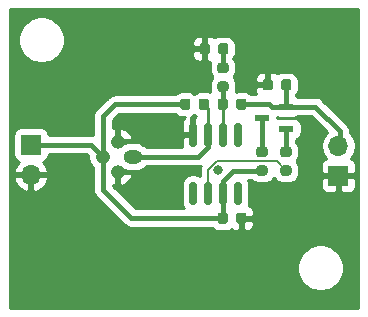
<source format=gbr>
%TF.GenerationSoftware,KiCad,Pcbnew,5.1.6-c6e7f7d~87~ubuntu18.04.1*%
%TF.CreationDate,2021-12-13T22:59:23-08:00*%
%TF.ProjectId,portable-calibrator,706f7274-6162-46c6-952d-63616c696272,rev?*%
%TF.SameCoordinates,Original*%
%TF.FileFunction,Copper,L1,Top*%
%TF.FilePolarity,Positive*%
%FSLAX46Y46*%
G04 Gerber Fmt 4.6, Leading zero omitted, Abs format (unit mm)*
G04 Created by KiCad (PCBNEW 5.1.6-c6e7f7d~87~ubuntu18.04.1) date 2021-12-13 22:59:23*
%MOMM*%
%LPD*%
G01*
G04 APERTURE LIST*
%TA.AperFunction,ComponentPad*%
%ADD10O,1.700000X1.700000*%
%TD*%
%TA.AperFunction,ComponentPad*%
%ADD11R,1.700000X1.700000*%
%TD*%
%TA.AperFunction,ComponentPad*%
%ADD12O,1.200000X1.200000*%
%TD*%
%TA.AperFunction,ComponentPad*%
%ADD13O,1.600000X1.200000*%
%TD*%
%TA.AperFunction,SMDPad,CuDef*%
%ADD14R,1.300000X0.600000*%
%TD*%
%TA.AperFunction,ViaPad*%
%ADD15C,0.800000*%
%TD*%
%TA.AperFunction,Conductor*%
%ADD16C,0.381000*%
%TD*%
%TA.AperFunction,Conductor*%
%ADD17C,0.250000*%
%TD*%
%TA.AperFunction,Conductor*%
%ADD18C,0.152400*%
%TD*%
%TA.AperFunction,Conductor*%
%ADD19C,0.254000*%
%TD*%
G04 APERTURE END LIST*
D10*
%TO.P,J2,2*%
%TO.N,/Vout*%
X168402000Y-96099000D03*
D11*
%TO.P,J2,1*%
%TO.N,GND*%
X168402000Y-98639000D03*
%TD*%
D10*
%TO.P,J1,2*%
%TO.N,GND*%
X142367000Y-98552000D03*
D11*
%TO.P,J1,1*%
%TO.N,+15V*%
X142367000Y-96012000D03*
%TD*%
%TO.P,U2,8*%
%TO.N,Net-(U2-Pad8)*%
%TA.AperFunction,SMDPad,CuDef*%
G36*
G01*
X159743000Y-99163000D02*
X160043000Y-99163000D01*
G75*
G02*
X160193000Y-99313000I0J-150000D01*
G01*
X160193000Y-100963000D01*
G75*
G02*
X160043000Y-101113000I-150000J0D01*
G01*
X159743000Y-101113000D01*
G75*
G02*
X159593000Y-100963000I0J150000D01*
G01*
X159593000Y-99313000D01*
G75*
G02*
X159743000Y-99163000I150000J0D01*
G01*
G37*
%TD.AperFunction*%
%TO.P,U2,7*%
%TO.N,+15V*%
%TA.AperFunction,SMDPad,CuDef*%
G36*
G01*
X158473000Y-99163000D02*
X158773000Y-99163000D01*
G75*
G02*
X158923000Y-99313000I0J-150000D01*
G01*
X158923000Y-100963000D01*
G75*
G02*
X158773000Y-101113000I-150000J0D01*
G01*
X158473000Y-101113000D01*
G75*
G02*
X158323000Y-100963000I0J150000D01*
G01*
X158323000Y-99313000D01*
G75*
G02*
X158473000Y-99163000I150000J0D01*
G01*
G37*
%TD.AperFunction*%
%TO.P,U2,6*%
%TO.N,Net-(R5-Pad2)*%
%TA.AperFunction,SMDPad,CuDef*%
G36*
G01*
X157203000Y-99163000D02*
X157503000Y-99163000D01*
G75*
G02*
X157653000Y-99313000I0J-150000D01*
G01*
X157653000Y-100963000D01*
G75*
G02*
X157503000Y-101113000I-150000J0D01*
G01*
X157203000Y-101113000D01*
G75*
G02*
X157053000Y-100963000I0J150000D01*
G01*
X157053000Y-99313000D01*
G75*
G02*
X157203000Y-99163000I150000J0D01*
G01*
G37*
%TD.AperFunction*%
%TO.P,U2,5*%
%TO.N,Net-(U2-Pad5)*%
%TA.AperFunction,SMDPad,CuDef*%
G36*
G01*
X155933000Y-99163000D02*
X156233000Y-99163000D01*
G75*
G02*
X156383000Y-99313000I0J-150000D01*
G01*
X156383000Y-100963000D01*
G75*
G02*
X156233000Y-101113000I-150000J0D01*
G01*
X155933000Y-101113000D01*
G75*
G02*
X155783000Y-100963000I0J150000D01*
G01*
X155783000Y-99313000D01*
G75*
G02*
X155933000Y-99163000I150000J0D01*
G01*
G37*
%TD.AperFunction*%
%TO.P,U2,4*%
%TO.N,GND*%
%TA.AperFunction,SMDPad,CuDef*%
G36*
G01*
X155933000Y-94213000D02*
X156233000Y-94213000D01*
G75*
G02*
X156383000Y-94363000I0J-150000D01*
G01*
X156383000Y-96013000D01*
G75*
G02*
X156233000Y-96163000I-150000J0D01*
G01*
X155933000Y-96163000D01*
G75*
G02*
X155783000Y-96013000I0J150000D01*
G01*
X155783000Y-94363000D01*
G75*
G02*
X155933000Y-94213000I150000J0D01*
G01*
G37*
%TD.AperFunction*%
%TO.P,U2,3*%
%TO.N,Net-(R1-Pad2)*%
%TA.AperFunction,SMDPad,CuDef*%
G36*
G01*
X157203000Y-94213000D02*
X157503000Y-94213000D01*
G75*
G02*
X157653000Y-94363000I0J-150000D01*
G01*
X157653000Y-96013000D01*
G75*
G02*
X157503000Y-96163000I-150000J0D01*
G01*
X157203000Y-96163000D01*
G75*
G02*
X157053000Y-96013000I0J150000D01*
G01*
X157053000Y-94363000D01*
G75*
G02*
X157203000Y-94213000I150000J0D01*
G01*
G37*
%TD.AperFunction*%
%TO.P,U2,2*%
%TO.N,Net-(R2-Pad2)*%
%TA.AperFunction,SMDPad,CuDef*%
G36*
G01*
X158473000Y-94213000D02*
X158773000Y-94213000D01*
G75*
G02*
X158923000Y-94363000I0J-150000D01*
G01*
X158923000Y-96013000D01*
G75*
G02*
X158773000Y-96163000I-150000J0D01*
G01*
X158473000Y-96163000D01*
G75*
G02*
X158323000Y-96013000I0J150000D01*
G01*
X158323000Y-94363000D01*
G75*
G02*
X158473000Y-94213000I150000J0D01*
G01*
G37*
%TD.AperFunction*%
%TO.P,U2,1*%
%TO.N,Net-(U2-Pad1)*%
%TA.AperFunction,SMDPad,CuDef*%
G36*
G01*
X159743000Y-94213000D02*
X160043000Y-94213000D01*
G75*
G02*
X160193000Y-94363000I0J-150000D01*
G01*
X160193000Y-96013000D01*
G75*
G02*
X160043000Y-96163000I-150000J0D01*
G01*
X159743000Y-96163000D01*
G75*
G02*
X159593000Y-96013000I0J150000D01*
G01*
X159593000Y-94363000D01*
G75*
G02*
X159743000Y-94213000I150000J0D01*
G01*
G37*
%TD.AperFunction*%
%TD*%
D12*
%TO.P,U1,4*%
%TO.N,GND*%
X149733000Y-98298000D03*
%TO.P,U1,3*%
%TO.N,+15V*%
X148463000Y-97028000D03*
%TO.P,U1,2*%
%TO.N,GND*%
X149733000Y-95758000D03*
D13*
%TO.P,U1,1*%
%TO.N,Net-(R1-Pad2)*%
X151003000Y-97028000D03*
%TD*%
%TO.P,R7,2*%
%TO.N,/Vout*%
%TA.AperFunction,SMDPad,CuDef*%
G36*
G01*
X163545000Y-91188250D02*
X163545000Y-90675750D01*
G75*
G02*
X163763750Y-90457000I218750J0D01*
G01*
X164201250Y-90457000D01*
G75*
G02*
X164420000Y-90675750I0J-218750D01*
G01*
X164420000Y-91188250D01*
G75*
G02*
X164201250Y-91407000I-218750J0D01*
G01*
X163763750Y-91407000D01*
G75*
G02*
X163545000Y-91188250I0J218750D01*
G01*
G37*
%TD.AperFunction*%
%TO.P,R7,1*%
%TO.N,GND*%
%TA.AperFunction,SMDPad,CuDef*%
G36*
G01*
X161970000Y-91188250D02*
X161970000Y-90675750D01*
G75*
G02*
X162188750Y-90457000I218750J0D01*
G01*
X162626250Y-90457000D01*
G75*
G02*
X162845000Y-90675750I0J-218750D01*
G01*
X162845000Y-91188250D01*
G75*
G02*
X162626250Y-91407000I-218750J0D01*
G01*
X162188750Y-91407000D01*
G75*
G02*
X161970000Y-91188250I0J218750D01*
G01*
G37*
%TD.AperFunction*%
%TD*%
%TO.P,R6,2*%
%TO.N,+15V*%
%TA.AperFunction,SMDPad,CuDef*%
G36*
G01*
X161668750Y-97759000D02*
X162181250Y-97759000D01*
G75*
G02*
X162400000Y-97977750I0J-218750D01*
G01*
X162400000Y-98415250D01*
G75*
G02*
X162181250Y-98634000I-218750J0D01*
G01*
X161668750Y-98634000D01*
G75*
G02*
X161450000Y-98415250I0J218750D01*
G01*
X161450000Y-97977750D01*
G75*
G02*
X161668750Y-97759000I218750J0D01*
G01*
G37*
%TD.AperFunction*%
%TO.P,R6,1*%
%TO.N,Net-(Q1-Pad3)*%
%TA.AperFunction,SMDPad,CuDef*%
G36*
G01*
X161668750Y-96184000D02*
X162181250Y-96184000D01*
G75*
G02*
X162400000Y-96402750I0J-218750D01*
G01*
X162400000Y-96840250D01*
G75*
G02*
X162181250Y-97059000I-218750J0D01*
G01*
X161668750Y-97059000D01*
G75*
G02*
X161450000Y-96840250I0J218750D01*
G01*
X161450000Y-96402750D01*
G75*
G02*
X161668750Y-96184000I218750J0D01*
G01*
G37*
%TD.AperFunction*%
%TD*%
%TO.P,R5,2*%
%TO.N,Net-(R5-Pad2)*%
%TA.AperFunction,SMDPad,CuDef*%
G36*
G01*
X163700750Y-97759000D02*
X164213250Y-97759000D01*
G75*
G02*
X164432000Y-97977750I0J-218750D01*
G01*
X164432000Y-98415250D01*
G75*
G02*
X164213250Y-98634000I-218750J0D01*
G01*
X163700750Y-98634000D01*
G75*
G02*
X163482000Y-98415250I0J218750D01*
G01*
X163482000Y-97977750D01*
G75*
G02*
X163700750Y-97759000I218750J0D01*
G01*
G37*
%TD.AperFunction*%
%TO.P,R5,1*%
%TO.N,Net-(Q1-Pad1)*%
%TA.AperFunction,SMDPad,CuDef*%
G36*
G01*
X163700750Y-96184000D02*
X164213250Y-96184000D01*
G75*
G02*
X164432000Y-96402750I0J-218750D01*
G01*
X164432000Y-96840250D01*
G75*
G02*
X164213250Y-97059000I-218750J0D01*
G01*
X163700750Y-97059000D01*
G75*
G02*
X163482000Y-96840250I0J218750D01*
G01*
X163482000Y-96402750D01*
G75*
G02*
X163700750Y-96184000I218750J0D01*
G01*
G37*
%TD.AperFunction*%
%TD*%
%TO.P,R4,2*%
%TO.N,/Vout*%
%TA.AperFunction,SMDPad,CuDef*%
G36*
G01*
X159735000Y-92839250D02*
X159735000Y-92326750D01*
G75*
G02*
X159953750Y-92108000I218750J0D01*
G01*
X160391250Y-92108000D01*
G75*
G02*
X160610000Y-92326750I0J-218750D01*
G01*
X160610000Y-92839250D01*
G75*
G02*
X160391250Y-93058000I-218750J0D01*
G01*
X159953750Y-93058000D01*
G75*
G02*
X159735000Y-92839250I0J218750D01*
G01*
G37*
%TD.AperFunction*%
%TO.P,R4,1*%
%TO.N,Net-(R2-Pad2)*%
%TA.AperFunction,SMDPad,CuDef*%
G36*
G01*
X158160000Y-92839250D02*
X158160000Y-92326750D01*
G75*
G02*
X158378750Y-92108000I218750J0D01*
G01*
X158816250Y-92108000D01*
G75*
G02*
X159035000Y-92326750I0J-218750D01*
G01*
X159035000Y-92839250D01*
G75*
G02*
X158816250Y-93058000I-218750J0D01*
G01*
X158378750Y-93058000D01*
G75*
G02*
X158160000Y-92839250I0J218750D01*
G01*
G37*
%TD.AperFunction*%
%TD*%
%TO.P,R3,2*%
%TO.N,Net-(R2-Pad1)*%
%TA.AperFunction,SMDPad,CuDef*%
G36*
G01*
X158211000Y-88140250D02*
X158211000Y-87627750D01*
G75*
G02*
X158429750Y-87409000I218750J0D01*
G01*
X158867250Y-87409000D01*
G75*
G02*
X159086000Y-87627750I0J-218750D01*
G01*
X159086000Y-88140250D01*
G75*
G02*
X158867250Y-88359000I-218750J0D01*
G01*
X158429750Y-88359000D01*
G75*
G02*
X158211000Y-88140250I0J218750D01*
G01*
G37*
%TD.AperFunction*%
%TO.P,R3,1*%
%TO.N,GND*%
%TA.AperFunction,SMDPad,CuDef*%
G36*
G01*
X156636000Y-88140250D02*
X156636000Y-87627750D01*
G75*
G02*
X156854750Y-87409000I218750J0D01*
G01*
X157292250Y-87409000D01*
G75*
G02*
X157511000Y-87627750I0J-218750D01*
G01*
X157511000Y-88140250D01*
G75*
G02*
X157292250Y-88359000I-218750J0D01*
G01*
X156854750Y-88359000D01*
G75*
G02*
X156636000Y-88140250I0J218750D01*
G01*
G37*
%TD.AperFunction*%
%TD*%
%TO.P,R2,2*%
%TO.N,Net-(R2-Pad2)*%
%TA.AperFunction,SMDPad,CuDef*%
G36*
G01*
X158366750Y-90647000D02*
X158879250Y-90647000D01*
G75*
G02*
X159098000Y-90865750I0J-218750D01*
G01*
X159098000Y-91303250D01*
G75*
G02*
X158879250Y-91522000I-218750J0D01*
G01*
X158366750Y-91522000D01*
G75*
G02*
X158148000Y-91303250I0J218750D01*
G01*
X158148000Y-90865750D01*
G75*
G02*
X158366750Y-90647000I218750J0D01*
G01*
G37*
%TD.AperFunction*%
%TO.P,R2,1*%
%TO.N,Net-(R2-Pad1)*%
%TA.AperFunction,SMDPad,CuDef*%
G36*
G01*
X158366750Y-89072000D02*
X158879250Y-89072000D01*
G75*
G02*
X159098000Y-89290750I0J-218750D01*
G01*
X159098000Y-89728250D01*
G75*
G02*
X158879250Y-89947000I-218750J0D01*
G01*
X158366750Y-89947000D01*
G75*
G02*
X158148000Y-89728250I0J218750D01*
G01*
X158148000Y-89290750D01*
G75*
G02*
X158366750Y-89072000I218750J0D01*
G01*
G37*
%TD.AperFunction*%
%TD*%
%TO.P,R1,2*%
%TO.N,Net-(R1-Pad2)*%
%TA.AperFunction,SMDPad,CuDef*%
G36*
G01*
X156560000Y-92839250D02*
X156560000Y-92326750D01*
G75*
G02*
X156778750Y-92108000I218750J0D01*
G01*
X157216250Y-92108000D01*
G75*
G02*
X157435000Y-92326750I0J-218750D01*
G01*
X157435000Y-92839250D01*
G75*
G02*
X157216250Y-93058000I-218750J0D01*
G01*
X156778750Y-93058000D01*
G75*
G02*
X156560000Y-92839250I0J218750D01*
G01*
G37*
%TD.AperFunction*%
%TO.P,R1,1*%
%TO.N,+15V*%
%TA.AperFunction,SMDPad,CuDef*%
G36*
G01*
X154985000Y-92839250D02*
X154985000Y-92326750D01*
G75*
G02*
X155203750Y-92108000I218750J0D01*
G01*
X155641250Y-92108000D01*
G75*
G02*
X155860000Y-92326750I0J-218750D01*
G01*
X155860000Y-92839250D01*
G75*
G02*
X155641250Y-93058000I-218750J0D01*
G01*
X155203750Y-93058000D01*
G75*
G02*
X154985000Y-92839250I0J218750D01*
G01*
G37*
%TD.AperFunction*%
%TD*%
D14*
%TO.P,Q1,1*%
%TO.N,Net-(Q1-Pad1)*%
X163991000Y-94676000D03*
%TO.P,Q1,2*%
%TO.N,/Vout*%
X163991000Y-92776000D03*
%TO.P,Q1,3*%
%TO.N,Net-(Q1-Pad3)*%
X161891000Y-93726000D03*
%TD*%
%TO.P,C1,2*%
%TO.N,GND*%
%TA.AperFunction,SMDPad,CuDef*%
G36*
G01*
X159735000Y-102491250D02*
X159735000Y-101978750D01*
G75*
G02*
X159953750Y-101760000I218750J0D01*
G01*
X160391250Y-101760000D01*
G75*
G02*
X160610000Y-101978750I0J-218750D01*
G01*
X160610000Y-102491250D01*
G75*
G02*
X160391250Y-102710000I-218750J0D01*
G01*
X159953750Y-102710000D01*
G75*
G02*
X159735000Y-102491250I0J218750D01*
G01*
G37*
%TD.AperFunction*%
%TO.P,C1,1*%
%TO.N,+15V*%
%TA.AperFunction,SMDPad,CuDef*%
G36*
G01*
X158160000Y-102491250D02*
X158160000Y-101978750D01*
G75*
G02*
X158378750Y-101760000I218750J0D01*
G01*
X158816250Y-101760000D01*
G75*
G02*
X159035000Y-101978750I0J-218750D01*
G01*
X159035000Y-102491250D01*
G75*
G02*
X158816250Y-102710000I-218750J0D01*
G01*
X158378750Y-102710000D01*
G75*
G02*
X158160000Y-102491250I0J218750D01*
G01*
G37*
%TD.AperFunction*%
%TD*%
D15*
%TO.N,GND*%
X154305000Y-94615000D03*
X168529000Y-90551000D03*
X154178000Y-99441000D03*
X158242000Y-98171000D03*
X155829000Y-90678000D03*
%TD*%
D16*
%TO.N,/Vout*%
X160172500Y-92583000D02*
X162560000Y-92583000D01*
X162753000Y-92776000D02*
X163991000Y-92776000D01*
X162560000Y-92583000D02*
X162753000Y-92776000D01*
X163982500Y-92767500D02*
X163991000Y-92776000D01*
X163982500Y-90932000D02*
X163982500Y-92767500D01*
X163991000Y-92776000D02*
X166436000Y-92776000D01*
X168529000Y-94869000D02*
X168529000Y-96099000D01*
X166436000Y-92776000D02*
X168529000Y-94869000D01*
%TO.N,+15V*%
X158623000Y-102209500D02*
X158597500Y-102235000D01*
X158623000Y-100138000D02*
X158623000Y-102209500D01*
X150876000Y-102235000D02*
X158597500Y-102235000D01*
X148463000Y-97028000D02*
X148463000Y-99822000D01*
X148463000Y-99822000D02*
X150876000Y-102235000D01*
X155422500Y-92583000D02*
X149479000Y-92583000D01*
X148463000Y-93599000D02*
X148463000Y-97028000D01*
X149479000Y-92583000D02*
X148463000Y-93599000D01*
X147447000Y-96012000D02*
X148463000Y-97028000D01*
X142367000Y-96012000D02*
X147447000Y-96012000D01*
X161925000Y-98196500D02*
X159486500Y-98196500D01*
X158623000Y-99060000D02*
X158623000Y-100138000D01*
X159486500Y-98196500D02*
X158623000Y-99060000D01*
%TO.N,Net-(Q1-Pad1)*%
X163957000Y-94710000D02*
X163991000Y-94676000D01*
X163957000Y-96621500D02*
X163957000Y-94710000D01*
%TO.N,Net-(Q1-Pad3)*%
X161891000Y-96587500D02*
X161925000Y-96621500D01*
X161891000Y-93726000D02*
X161891000Y-96587500D01*
D17*
%TO.N,Net-(R1-Pad2)*%
X157353000Y-92938500D02*
X156997500Y-92583000D01*
X157353000Y-95188000D02*
X157353000Y-92938500D01*
D16*
X156488000Y-97028000D02*
X151003000Y-97028000D01*
X157353000Y-96163000D02*
X156488000Y-97028000D01*
X157353000Y-95188000D02*
X157353000Y-96163000D01*
D17*
%TO.N,Net-(R2-Pad2)*%
X158597500Y-95162500D02*
X158623000Y-95188000D01*
X158597500Y-92583000D02*
X158597500Y-95162500D01*
D16*
X158623000Y-92557500D02*
X158597500Y-92583000D01*
X158623000Y-91084500D02*
X158623000Y-92557500D01*
%TO.N,Net-(R2-Pad1)*%
X158648500Y-89484000D02*
X158623000Y-89509500D01*
X158648500Y-87884000D02*
X158648500Y-89484000D01*
D18*
%TO.N,Net-(R5-Pad2)*%
X157353000Y-98171000D02*
X157353000Y-100138000D01*
X158115000Y-97409000D02*
X157353000Y-98171000D01*
X163957000Y-98196500D02*
X163169500Y-97409000D01*
X163169500Y-97409000D02*
X158115000Y-97409000D01*
%TD*%
D19*
%TO.N,GND*%
G36*
X170028000Y-109830000D02*
G01*
X140614000Y-109830000D01*
X140614000Y-106230495D01*
X164893000Y-106230495D01*
X164893000Y-106621505D01*
X164969282Y-107005003D01*
X165118915Y-107366250D01*
X165336149Y-107691364D01*
X165612636Y-107967851D01*
X165937750Y-108185085D01*
X166298997Y-108334718D01*
X166682495Y-108411000D01*
X167073505Y-108411000D01*
X167457003Y-108334718D01*
X167818250Y-108185085D01*
X168143364Y-107967851D01*
X168419851Y-107691364D01*
X168637085Y-107366250D01*
X168786718Y-107005003D01*
X168863000Y-106621505D01*
X168863000Y-106230495D01*
X168786718Y-105846997D01*
X168637085Y-105485750D01*
X168419851Y-105160636D01*
X168143364Y-104884149D01*
X167818250Y-104666915D01*
X167457003Y-104517282D01*
X167073505Y-104441000D01*
X166682495Y-104441000D01*
X166298997Y-104517282D01*
X165937750Y-104666915D01*
X165612636Y-104884149D01*
X165336149Y-105160636D01*
X165118915Y-105485750D01*
X164969282Y-105846997D01*
X164893000Y-106230495D01*
X140614000Y-106230495D01*
X140614000Y-98908890D01*
X140925524Y-98908890D01*
X140970175Y-99056099D01*
X141095359Y-99318920D01*
X141269412Y-99552269D01*
X141485645Y-99747178D01*
X141735748Y-99896157D01*
X142010109Y-99993481D01*
X142240000Y-99872814D01*
X142240000Y-98679000D01*
X142494000Y-98679000D01*
X142494000Y-99872814D01*
X142723891Y-99993481D01*
X142998252Y-99896157D01*
X143248355Y-99747178D01*
X143464588Y-99552269D01*
X143638641Y-99318920D01*
X143763825Y-99056099D01*
X143808476Y-98908890D01*
X143687155Y-98679000D01*
X142494000Y-98679000D01*
X142240000Y-98679000D01*
X141046845Y-98679000D01*
X140925524Y-98908890D01*
X140614000Y-98908890D01*
X140614000Y-95162000D01*
X140878928Y-95162000D01*
X140878928Y-96862000D01*
X140891188Y-96986482D01*
X140927498Y-97106180D01*
X140986463Y-97216494D01*
X141065815Y-97313185D01*
X141162506Y-97392537D01*
X141272820Y-97451502D01*
X141353466Y-97475966D01*
X141269412Y-97551731D01*
X141095359Y-97785080D01*
X140970175Y-98047901D01*
X140925524Y-98195110D01*
X141046845Y-98425000D01*
X142240000Y-98425000D01*
X142240000Y-98405000D01*
X142494000Y-98405000D01*
X142494000Y-98425000D01*
X143687155Y-98425000D01*
X143808476Y-98195110D01*
X143763825Y-98047901D01*
X143638641Y-97785080D01*
X143464588Y-97551731D01*
X143380534Y-97475966D01*
X143461180Y-97451502D01*
X143571494Y-97392537D01*
X143668185Y-97313185D01*
X143747537Y-97216494D01*
X143806502Y-97106180D01*
X143842812Y-96986482D01*
X143855072Y-96862000D01*
X143855072Y-96837500D01*
X147105068Y-96837500D01*
X147228000Y-96960432D01*
X147228000Y-97149637D01*
X147275460Y-97388236D01*
X147368557Y-97612992D01*
X147503713Y-97815267D01*
X147637500Y-97949054D01*
X147637501Y-99781440D01*
X147633506Y-99822000D01*
X147649445Y-99983826D01*
X147696647Y-100139433D01*
X147773301Y-100282842D01*
X147787240Y-100299826D01*
X147876460Y-100408541D01*
X147907961Y-100434393D01*
X150263606Y-102790039D01*
X150289459Y-102821541D01*
X150415158Y-102924699D01*
X150558566Y-103001353D01*
X150714174Y-103048556D01*
X150835447Y-103060500D01*
X150835449Y-103060500D01*
X150875999Y-103064494D01*
X150916550Y-103060500D01*
X157742836Y-103060500D01*
X157772885Y-103097115D01*
X157902725Y-103203671D01*
X158050858Y-103282850D01*
X158211592Y-103331608D01*
X158378750Y-103348072D01*
X158816250Y-103348072D01*
X158983408Y-103331608D01*
X159144142Y-103282850D01*
X159292275Y-103203671D01*
X159313930Y-103185900D01*
X159380506Y-103240537D01*
X159490820Y-103299502D01*
X159610518Y-103335812D01*
X159735000Y-103348072D01*
X159886750Y-103345000D01*
X160045500Y-103186250D01*
X160045500Y-102362000D01*
X160299500Y-102362000D01*
X160299500Y-103186250D01*
X160458250Y-103345000D01*
X160610000Y-103348072D01*
X160734482Y-103335812D01*
X160854180Y-103299502D01*
X160964494Y-103240537D01*
X161061185Y-103161185D01*
X161140537Y-103064494D01*
X161199502Y-102954180D01*
X161235812Y-102834482D01*
X161248072Y-102710000D01*
X161245000Y-102520750D01*
X161086250Y-102362000D01*
X160299500Y-102362000D01*
X160045500Y-102362000D01*
X160025500Y-102362000D01*
X160025500Y-102108000D01*
X160045500Y-102108000D01*
X160045500Y-102088000D01*
X160299500Y-102088000D01*
X160299500Y-102108000D01*
X161086250Y-102108000D01*
X161245000Y-101949250D01*
X161248072Y-101760000D01*
X161235812Y-101635518D01*
X161199502Y-101515820D01*
X161140537Y-101405506D01*
X161061185Y-101308815D01*
X160964494Y-101229463D01*
X160854180Y-101170498D01*
X160804221Y-101155343D01*
X160815929Y-101116745D01*
X160831072Y-100963000D01*
X160831072Y-99489000D01*
X166913928Y-99489000D01*
X166926188Y-99613482D01*
X166962498Y-99733180D01*
X167021463Y-99843494D01*
X167100815Y-99940185D01*
X167197506Y-100019537D01*
X167307820Y-100078502D01*
X167427518Y-100114812D01*
X167552000Y-100127072D01*
X168116250Y-100124000D01*
X168275000Y-99965250D01*
X168275000Y-98766000D01*
X168529000Y-98766000D01*
X168529000Y-99965250D01*
X168687750Y-100124000D01*
X169252000Y-100127072D01*
X169376482Y-100114812D01*
X169496180Y-100078502D01*
X169606494Y-100019537D01*
X169703185Y-99940185D01*
X169782537Y-99843494D01*
X169841502Y-99733180D01*
X169877812Y-99613482D01*
X169890072Y-99489000D01*
X169887000Y-98924750D01*
X169728250Y-98766000D01*
X168529000Y-98766000D01*
X168275000Y-98766000D01*
X167075750Y-98766000D01*
X166917000Y-98924750D01*
X166913928Y-99489000D01*
X160831072Y-99489000D01*
X160831072Y-99313000D01*
X160815929Y-99159255D01*
X160774294Y-99022000D01*
X161063963Y-99022000D01*
X161192725Y-99127671D01*
X161340858Y-99206850D01*
X161501592Y-99255608D01*
X161668750Y-99272072D01*
X162181250Y-99272072D01*
X162348408Y-99255608D01*
X162509142Y-99206850D01*
X162657275Y-99127671D01*
X162787115Y-99021115D01*
X162893671Y-98891275D01*
X162941000Y-98802729D01*
X162988329Y-98891275D01*
X163094885Y-99021115D01*
X163224725Y-99127671D01*
X163372858Y-99206850D01*
X163533592Y-99255608D01*
X163700750Y-99272072D01*
X164213250Y-99272072D01*
X164380408Y-99255608D01*
X164541142Y-99206850D01*
X164689275Y-99127671D01*
X164819115Y-99021115D01*
X164925671Y-98891275D01*
X165004850Y-98743142D01*
X165053608Y-98582408D01*
X165070072Y-98415250D01*
X165070072Y-97977750D01*
X165053608Y-97810592D01*
X165004850Y-97649858D01*
X164925671Y-97501725D01*
X164849574Y-97409000D01*
X164925671Y-97316275D01*
X165004850Y-97168142D01*
X165053608Y-97007408D01*
X165070072Y-96840250D01*
X165070072Y-96402750D01*
X165053608Y-96235592D01*
X165004850Y-96074858D01*
X164925671Y-95926725D01*
X164819115Y-95796885D01*
X164782500Y-95766836D01*
X164782500Y-95596650D01*
X164885180Y-95565502D01*
X164995494Y-95506537D01*
X165092185Y-95427185D01*
X165171537Y-95330494D01*
X165230502Y-95220180D01*
X165266812Y-95100482D01*
X165279072Y-94976000D01*
X165279072Y-94376000D01*
X165266812Y-94251518D01*
X165230502Y-94131820D01*
X165171537Y-94021506D01*
X165092185Y-93924815D01*
X164995494Y-93845463D01*
X164885180Y-93786498D01*
X164765482Y-93750188D01*
X164641000Y-93737928D01*
X163341000Y-93737928D01*
X163216518Y-93750188D01*
X163179072Y-93761547D01*
X163179072Y-93690453D01*
X163216518Y-93701812D01*
X163341000Y-93714072D01*
X164641000Y-93714072D01*
X164765482Y-93701812D01*
X164885180Y-93665502D01*
X164995494Y-93606537D01*
X165001632Y-93601500D01*
X166094068Y-93601500D01*
X167446730Y-94954163D01*
X167248525Y-95152368D01*
X167086010Y-95395589D01*
X166974068Y-95665842D01*
X166917000Y-95952740D01*
X166917000Y-96245260D01*
X166974068Y-96532158D01*
X167086010Y-96802411D01*
X167248525Y-97045632D01*
X167380380Y-97177487D01*
X167307820Y-97199498D01*
X167197506Y-97258463D01*
X167100815Y-97337815D01*
X167021463Y-97434506D01*
X166962498Y-97544820D01*
X166926188Y-97664518D01*
X166913928Y-97789000D01*
X166917000Y-98353250D01*
X167075750Y-98512000D01*
X168275000Y-98512000D01*
X168275000Y-98492000D01*
X168529000Y-98492000D01*
X168529000Y-98512000D01*
X169728250Y-98512000D01*
X169887000Y-98353250D01*
X169890072Y-97789000D01*
X169877812Y-97664518D01*
X169841502Y-97544820D01*
X169782537Y-97434506D01*
X169703185Y-97337815D01*
X169606494Y-97258463D01*
X169496180Y-97199498D01*
X169423620Y-97177487D01*
X169555475Y-97045632D01*
X169717990Y-96802411D01*
X169829932Y-96532158D01*
X169887000Y-96245260D01*
X169887000Y-95952740D01*
X169829932Y-95665842D01*
X169717990Y-95395589D01*
X169555475Y-95152368D01*
X169354500Y-94951393D01*
X169354500Y-94909550D01*
X169358494Y-94869000D01*
X169354500Y-94828447D01*
X169342556Y-94707174D01*
X169295353Y-94551566D01*
X169255595Y-94477185D01*
X169218699Y-94408157D01*
X169141391Y-94313958D01*
X169115541Y-94282459D01*
X169084041Y-94256608D01*
X167048398Y-92220966D01*
X167022541Y-92189459D01*
X166896842Y-92086301D01*
X166753434Y-92009647D01*
X166597826Y-91962444D01*
X166476553Y-91950500D01*
X166476550Y-91950500D01*
X166436000Y-91946506D01*
X166395450Y-91950500D01*
X165001632Y-91950500D01*
X164995494Y-91945463D01*
X164885180Y-91886498D01*
X164808000Y-91863086D01*
X164808000Y-91793037D01*
X164913671Y-91664275D01*
X164992850Y-91516142D01*
X165041608Y-91355408D01*
X165058072Y-91188250D01*
X165058072Y-90675750D01*
X165041608Y-90508592D01*
X164992850Y-90347858D01*
X164913671Y-90199725D01*
X164807115Y-90069885D01*
X164677275Y-89963329D01*
X164529142Y-89884150D01*
X164368408Y-89835392D01*
X164201250Y-89818928D01*
X163763750Y-89818928D01*
X163596592Y-89835392D01*
X163435858Y-89884150D01*
X163287725Y-89963329D01*
X163266070Y-89981100D01*
X163199494Y-89926463D01*
X163089180Y-89867498D01*
X162969482Y-89831188D01*
X162845000Y-89818928D01*
X162693250Y-89822000D01*
X162534500Y-89980750D01*
X162534500Y-90805000D01*
X162554500Y-90805000D01*
X162554500Y-91059000D01*
X162534500Y-91059000D01*
X162534500Y-91079000D01*
X162280500Y-91079000D01*
X162280500Y-91059000D01*
X161493750Y-91059000D01*
X161335000Y-91217750D01*
X161331928Y-91407000D01*
X161344188Y-91531482D01*
X161380498Y-91651180D01*
X161437328Y-91757500D01*
X161027164Y-91757500D01*
X160997115Y-91720885D01*
X160867275Y-91614329D01*
X160719142Y-91535150D01*
X160558408Y-91486392D01*
X160391250Y-91469928D01*
X159953750Y-91469928D01*
X159786592Y-91486392D01*
X159707479Y-91510390D01*
X159719608Y-91470408D01*
X159736072Y-91303250D01*
X159736072Y-90865750D01*
X159719608Y-90698592D01*
X159670850Y-90537858D01*
X159627631Y-90457000D01*
X161331928Y-90457000D01*
X161335000Y-90646250D01*
X161493750Y-90805000D01*
X162280500Y-90805000D01*
X162280500Y-89980750D01*
X162121750Y-89822000D01*
X161970000Y-89818928D01*
X161845518Y-89831188D01*
X161725820Y-89867498D01*
X161615506Y-89926463D01*
X161518815Y-90005815D01*
X161439463Y-90102506D01*
X161380498Y-90212820D01*
X161344188Y-90332518D01*
X161331928Y-90457000D01*
X159627631Y-90457000D01*
X159591671Y-90389725D01*
X159515574Y-90297000D01*
X159591671Y-90204275D01*
X159670850Y-90056142D01*
X159719608Y-89895408D01*
X159736072Y-89728250D01*
X159736072Y-89290750D01*
X159719608Y-89123592D01*
X159670850Y-88962858D01*
X159591671Y-88814725D01*
X159504240Y-88708189D01*
X159579671Y-88616275D01*
X159658850Y-88468142D01*
X159707608Y-88307408D01*
X159724072Y-88140250D01*
X159724072Y-87627750D01*
X159707608Y-87460592D01*
X159658850Y-87299858D01*
X159579671Y-87151725D01*
X159473115Y-87021885D01*
X159343275Y-86915329D01*
X159195142Y-86836150D01*
X159034408Y-86787392D01*
X158867250Y-86770928D01*
X158429750Y-86770928D01*
X158262592Y-86787392D01*
X158101858Y-86836150D01*
X157953725Y-86915329D01*
X157932070Y-86933100D01*
X157865494Y-86878463D01*
X157755180Y-86819498D01*
X157635482Y-86783188D01*
X157511000Y-86770928D01*
X157359250Y-86774000D01*
X157200500Y-86932750D01*
X157200500Y-87757000D01*
X157220500Y-87757000D01*
X157220500Y-88011000D01*
X157200500Y-88011000D01*
X157200500Y-88835250D01*
X157359250Y-88994000D01*
X157511000Y-88997072D01*
X157566427Y-88991613D01*
X157526392Y-89123592D01*
X157509928Y-89290750D01*
X157509928Y-89728250D01*
X157526392Y-89895408D01*
X157575150Y-90056142D01*
X157654329Y-90204275D01*
X157730426Y-90297000D01*
X157654329Y-90389725D01*
X157575150Y-90537858D01*
X157526392Y-90698592D01*
X157509928Y-90865750D01*
X157509928Y-91303250D01*
X157526392Y-91470408D01*
X157546397Y-91536355D01*
X157544142Y-91535150D01*
X157383408Y-91486392D01*
X157216250Y-91469928D01*
X156778750Y-91469928D01*
X156611592Y-91486392D01*
X156450858Y-91535150D01*
X156302725Y-91614329D01*
X156210000Y-91690426D01*
X156117275Y-91614329D01*
X155969142Y-91535150D01*
X155808408Y-91486392D01*
X155641250Y-91469928D01*
X155203750Y-91469928D01*
X155036592Y-91486392D01*
X154875858Y-91535150D01*
X154727725Y-91614329D01*
X154597885Y-91720885D01*
X154567836Y-91757500D01*
X149519550Y-91757500D01*
X149479000Y-91753506D01*
X149438449Y-91757500D01*
X149438447Y-91757500D01*
X149317174Y-91769444D01*
X149161566Y-91816647D01*
X149018157Y-91893301D01*
X148956596Y-91943823D01*
X148892459Y-91996459D01*
X148866608Y-92027959D01*
X147907966Y-92986602D01*
X147876459Y-93012459D01*
X147824313Y-93076000D01*
X147773301Y-93138158D01*
X147720553Y-93236842D01*
X147696647Y-93281567D01*
X147649444Y-93437175D01*
X147637500Y-93558447D01*
X147633506Y-93599000D01*
X147637500Y-93639551D01*
X147637500Y-95207142D01*
X147608826Y-95198444D01*
X147487553Y-95186500D01*
X147487550Y-95186500D01*
X147447000Y-95182506D01*
X147406450Y-95186500D01*
X143855072Y-95186500D01*
X143855072Y-95162000D01*
X143842812Y-95037518D01*
X143806502Y-94917820D01*
X143747537Y-94807506D01*
X143668185Y-94710815D01*
X143571494Y-94631463D01*
X143461180Y-94572498D01*
X143341482Y-94536188D01*
X143217000Y-94523928D01*
X141517000Y-94523928D01*
X141392518Y-94536188D01*
X141272820Y-94572498D01*
X141162506Y-94631463D01*
X141065815Y-94710815D01*
X140986463Y-94807506D01*
X140927498Y-94917820D01*
X140891188Y-95037518D01*
X140878928Y-95162000D01*
X140614000Y-95162000D01*
X140614000Y-86926495D01*
X141271000Y-86926495D01*
X141271000Y-87317505D01*
X141347282Y-87701003D01*
X141496915Y-88062250D01*
X141714149Y-88387364D01*
X141990636Y-88663851D01*
X142315750Y-88881085D01*
X142676997Y-89030718D01*
X143060495Y-89107000D01*
X143451505Y-89107000D01*
X143835003Y-89030718D01*
X144196250Y-88881085D01*
X144521364Y-88663851D01*
X144797851Y-88387364D01*
X144816803Y-88359000D01*
X155997928Y-88359000D01*
X156010188Y-88483482D01*
X156046498Y-88603180D01*
X156105463Y-88713494D01*
X156184815Y-88810185D01*
X156281506Y-88889537D01*
X156391820Y-88948502D01*
X156511518Y-88984812D01*
X156636000Y-88997072D01*
X156787750Y-88994000D01*
X156946500Y-88835250D01*
X156946500Y-88011000D01*
X156159750Y-88011000D01*
X156001000Y-88169750D01*
X155997928Y-88359000D01*
X144816803Y-88359000D01*
X145015085Y-88062250D01*
X145164718Y-87701003D01*
X145222800Y-87409000D01*
X155997928Y-87409000D01*
X156001000Y-87598250D01*
X156159750Y-87757000D01*
X156946500Y-87757000D01*
X156946500Y-86932750D01*
X156787750Y-86774000D01*
X156636000Y-86770928D01*
X156511518Y-86783188D01*
X156391820Y-86819498D01*
X156281506Y-86878463D01*
X156184815Y-86957815D01*
X156105463Y-87054506D01*
X156046498Y-87164820D01*
X156010188Y-87284518D01*
X155997928Y-87409000D01*
X145222800Y-87409000D01*
X145241000Y-87317505D01*
X145241000Y-86926495D01*
X145164718Y-86542997D01*
X145015085Y-86181750D01*
X144797851Y-85856636D01*
X144521364Y-85580149D01*
X144196250Y-85362915D01*
X143835003Y-85213282D01*
X143451505Y-85137000D01*
X143060495Y-85137000D01*
X142676997Y-85213282D01*
X142315750Y-85362915D01*
X141990636Y-85580149D01*
X141714149Y-85856636D01*
X141496915Y-86181750D01*
X141347282Y-86542997D01*
X141271000Y-86926495D01*
X140614000Y-86926495D01*
X140614000Y-84480000D01*
X170028001Y-84480000D01*
X170028000Y-109830000D01*
G37*
X170028000Y-109830000D02*
X140614000Y-109830000D01*
X140614000Y-106230495D01*
X164893000Y-106230495D01*
X164893000Y-106621505D01*
X164969282Y-107005003D01*
X165118915Y-107366250D01*
X165336149Y-107691364D01*
X165612636Y-107967851D01*
X165937750Y-108185085D01*
X166298997Y-108334718D01*
X166682495Y-108411000D01*
X167073505Y-108411000D01*
X167457003Y-108334718D01*
X167818250Y-108185085D01*
X168143364Y-107967851D01*
X168419851Y-107691364D01*
X168637085Y-107366250D01*
X168786718Y-107005003D01*
X168863000Y-106621505D01*
X168863000Y-106230495D01*
X168786718Y-105846997D01*
X168637085Y-105485750D01*
X168419851Y-105160636D01*
X168143364Y-104884149D01*
X167818250Y-104666915D01*
X167457003Y-104517282D01*
X167073505Y-104441000D01*
X166682495Y-104441000D01*
X166298997Y-104517282D01*
X165937750Y-104666915D01*
X165612636Y-104884149D01*
X165336149Y-105160636D01*
X165118915Y-105485750D01*
X164969282Y-105846997D01*
X164893000Y-106230495D01*
X140614000Y-106230495D01*
X140614000Y-98908890D01*
X140925524Y-98908890D01*
X140970175Y-99056099D01*
X141095359Y-99318920D01*
X141269412Y-99552269D01*
X141485645Y-99747178D01*
X141735748Y-99896157D01*
X142010109Y-99993481D01*
X142240000Y-99872814D01*
X142240000Y-98679000D01*
X142494000Y-98679000D01*
X142494000Y-99872814D01*
X142723891Y-99993481D01*
X142998252Y-99896157D01*
X143248355Y-99747178D01*
X143464588Y-99552269D01*
X143638641Y-99318920D01*
X143763825Y-99056099D01*
X143808476Y-98908890D01*
X143687155Y-98679000D01*
X142494000Y-98679000D01*
X142240000Y-98679000D01*
X141046845Y-98679000D01*
X140925524Y-98908890D01*
X140614000Y-98908890D01*
X140614000Y-95162000D01*
X140878928Y-95162000D01*
X140878928Y-96862000D01*
X140891188Y-96986482D01*
X140927498Y-97106180D01*
X140986463Y-97216494D01*
X141065815Y-97313185D01*
X141162506Y-97392537D01*
X141272820Y-97451502D01*
X141353466Y-97475966D01*
X141269412Y-97551731D01*
X141095359Y-97785080D01*
X140970175Y-98047901D01*
X140925524Y-98195110D01*
X141046845Y-98425000D01*
X142240000Y-98425000D01*
X142240000Y-98405000D01*
X142494000Y-98405000D01*
X142494000Y-98425000D01*
X143687155Y-98425000D01*
X143808476Y-98195110D01*
X143763825Y-98047901D01*
X143638641Y-97785080D01*
X143464588Y-97551731D01*
X143380534Y-97475966D01*
X143461180Y-97451502D01*
X143571494Y-97392537D01*
X143668185Y-97313185D01*
X143747537Y-97216494D01*
X143806502Y-97106180D01*
X143842812Y-96986482D01*
X143855072Y-96862000D01*
X143855072Y-96837500D01*
X147105068Y-96837500D01*
X147228000Y-96960432D01*
X147228000Y-97149637D01*
X147275460Y-97388236D01*
X147368557Y-97612992D01*
X147503713Y-97815267D01*
X147637500Y-97949054D01*
X147637501Y-99781440D01*
X147633506Y-99822000D01*
X147649445Y-99983826D01*
X147696647Y-100139433D01*
X147773301Y-100282842D01*
X147787240Y-100299826D01*
X147876460Y-100408541D01*
X147907961Y-100434393D01*
X150263606Y-102790039D01*
X150289459Y-102821541D01*
X150415158Y-102924699D01*
X150558566Y-103001353D01*
X150714174Y-103048556D01*
X150835447Y-103060500D01*
X150835449Y-103060500D01*
X150875999Y-103064494D01*
X150916550Y-103060500D01*
X157742836Y-103060500D01*
X157772885Y-103097115D01*
X157902725Y-103203671D01*
X158050858Y-103282850D01*
X158211592Y-103331608D01*
X158378750Y-103348072D01*
X158816250Y-103348072D01*
X158983408Y-103331608D01*
X159144142Y-103282850D01*
X159292275Y-103203671D01*
X159313930Y-103185900D01*
X159380506Y-103240537D01*
X159490820Y-103299502D01*
X159610518Y-103335812D01*
X159735000Y-103348072D01*
X159886750Y-103345000D01*
X160045500Y-103186250D01*
X160045500Y-102362000D01*
X160299500Y-102362000D01*
X160299500Y-103186250D01*
X160458250Y-103345000D01*
X160610000Y-103348072D01*
X160734482Y-103335812D01*
X160854180Y-103299502D01*
X160964494Y-103240537D01*
X161061185Y-103161185D01*
X161140537Y-103064494D01*
X161199502Y-102954180D01*
X161235812Y-102834482D01*
X161248072Y-102710000D01*
X161245000Y-102520750D01*
X161086250Y-102362000D01*
X160299500Y-102362000D01*
X160045500Y-102362000D01*
X160025500Y-102362000D01*
X160025500Y-102108000D01*
X160045500Y-102108000D01*
X160045500Y-102088000D01*
X160299500Y-102088000D01*
X160299500Y-102108000D01*
X161086250Y-102108000D01*
X161245000Y-101949250D01*
X161248072Y-101760000D01*
X161235812Y-101635518D01*
X161199502Y-101515820D01*
X161140537Y-101405506D01*
X161061185Y-101308815D01*
X160964494Y-101229463D01*
X160854180Y-101170498D01*
X160804221Y-101155343D01*
X160815929Y-101116745D01*
X160831072Y-100963000D01*
X160831072Y-99489000D01*
X166913928Y-99489000D01*
X166926188Y-99613482D01*
X166962498Y-99733180D01*
X167021463Y-99843494D01*
X167100815Y-99940185D01*
X167197506Y-100019537D01*
X167307820Y-100078502D01*
X167427518Y-100114812D01*
X167552000Y-100127072D01*
X168116250Y-100124000D01*
X168275000Y-99965250D01*
X168275000Y-98766000D01*
X168529000Y-98766000D01*
X168529000Y-99965250D01*
X168687750Y-100124000D01*
X169252000Y-100127072D01*
X169376482Y-100114812D01*
X169496180Y-100078502D01*
X169606494Y-100019537D01*
X169703185Y-99940185D01*
X169782537Y-99843494D01*
X169841502Y-99733180D01*
X169877812Y-99613482D01*
X169890072Y-99489000D01*
X169887000Y-98924750D01*
X169728250Y-98766000D01*
X168529000Y-98766000D01*
X168275000Y-98766000D01*
X167075750Y-98766000D01*
X166917000Y-98924750D01*
X166913928Y-99489000D01*
X160831072Y-99489000D01*
X160831072Y-99313000D01*
X160815929Y-99159255D01*
X160774294Y-99022000D01*
X161063963Y-99022000D01*
X161192725Y-99127671D01*
X161340858Y-99206850D01*
X161501592Y-99255608D01*
X161668750Y-99272072D01*
X162181250Y-99272072D01*
X162348408Y-99255608D01*
X162509142Y-99206850D01*
X162657275Y-99127671D01*
X162787115Y-99021115D01*
X162893671Y-98891275D01*
X162941000Y-98802729D01*
X162988329Y-98891275D01*
X163094885Y-99021115D01*
X163224725Y-99127671D01*
X163372858Y-99206850D01*
X163533592Y-99255608D01*
X163700750Y-99272072D01*
X164213250Y-99272072D01*
X164380408Y-99255608D01*
X164541142Y-99206850D01*
X164689275Y-99127671D01*
X164819115Y-99021115D01*
X164925671Y-98891275D01*
X165004850Y-98743142D01*
X165053608Y-98582408D01*
X165070072Y-98415250D01*
X165070072Y-97977750D01*
X165053608Y-97810592D01*
X165004850Y-97649858D01*
X164925671Y-97501725D01*
X164849574Y-97409000D01*
X164925671Y-97316275D01*
X165004850Y-97168142D01*
X165053608Y-97007408D01*
X165070072Y-96840250D01*
X165070072Y-96402750D01*
X165053608Y-96235592D01*
X165004850Y-96074858D01*
X164925671Y-95926725D01*
X164819115Y-95796885D01*
X164782500Y-95766836D01*
X164782500Y-95596650D01*
X164885180Y-95565502D01*
X164995494Y-95506537D01*
X165092185Y-95427185D01*
X165171537Y-95330494D01*
X165230502Y-95220180D01*
X165266812Y-95100482D01*
X165279072Y-94976000D01*
X165279072Y-94376000D01*
X165266812Y-94251518D01*
X165230502Y-94131820D01*
X165171537Y-94021506D01*
X165092185Y-93924815D01*
X164995494Y-93845463D01*
X164885180Y-93786498D01*
X164765482Y-93750188D01*
X164641000Y-93737928D01*
X163341000Y-93737928D01*
X163216518Y-93750188D01*
X163179072Y-93761547D01*
X163179072Y-93690453D01*
X163216518Y-93701812D01*
X163341000Y-93714072D01*
X164641000Y-93714072D01*
X164765482Y-93701812D01*
X164885180Y-93665502D01*
X164995494Y-93606537D01*
X165001632Y-93601500D01*
X166094068Y-93601500D01*
X167446730Y-94954163D01*
X167248525Y-95152368D01*
X167086010Y-95395589D01*
X166974068Y-95665842D01*
X166917000Y-95952740D01*
X166917000Y-96245260D01*
X166974068Y-96532158D01*
X167086010Y-96802411D01*
X167248525Y-97045632D01*
X167380380Y-97177487D01*
X167307820Y-97199498D01*
X167197506Y-97258463D01*
X167100815Y-97337815D01*
X167021463Y-97434506D01*
X166962498Y-97544820D01*
X166926188Y-97664518D01*
X166913928Y-97789000D01*
X166917000Y-98353250D01*
X167075750Y-98512000D01*
X168275000Y-98512000D01*
X168275000Y-98492000D01*
X168529000Y-98492000D01*
X168529000Y-98512000D01*
X169728250Y-98512000D01*
X169887000Y-98353250D01*
X169890072Y-97789000D01*
X169877812Y-97664518D01*
X169841502Y-97544820D01*
X169782537Y-97434506D01*
X169703185Y-97337815D01*
X169606494Y-97258463D01*
X169496180Y-97199498D01*
X169423620Y-97177487D01*
X169555475Y-97045632D01*
X169717990Y-96802411D01*
X169829932Y-96532158D01*
X169887000Y-96245260D01*
X169887000Y-95952740D01*
X169829932Y-95665842D01*
X169717990Y-95395589D01*
X169555475Y-95152368D01*
X169354500Y-94951393D01*
X169354500Y-94909550D01*
X169358494Y-94869000D01*
X169354500Y-94828447D01*
X169342556Y-94707174D01*
X169295353Y-94551566D01*
X169255595Y-94477185D01*
X169218699Y-94408157D01*
X169141391Y-94313958D01*
X169115541Y-94282459D01*
X169084041Y-94256608D01*
X167048398Y-92220966D01*
X167022541Y-92189459D01*
X166896842Y-92086301D01*
X166753434Y-92009647D01*
X166597826Y-91962444D01*
X166476553Y-91950500D01*
X166476550Y-91950500D01*
X166436000Y-91946506D01*
X166395450Y-91950500D01*
X165001632Y-91950500D01*
X164995494Y-91945463D01*
X164885180Y-91886498D01*
X164808000Y-91863086D01*
X164808000Y-91793037D01*
X164913671Y-91664275D01*
X164992850Y-91516142D01*
X165041608Y-91355408D01*
X165058072Y-91188250D01*
X165058072Y-90675750D01*
X165041608Y-90508592D01*
X164992850Y-90347858D01*
X164913671Y-90199725D01*
X164807115Y-90069885D01*
X164677275Y-89963329D01*
X164529142Y-89884150D01*
X164368408Y-89835392D01*
X164201250Y-89818928D01*
X163763750Y-89818928D01*
X163596592Y-89835392D01*
X163435858Y-89884150D01*
X163287725Y-89963329D01*
X163266070Y-89981100D01*
X163199494Y-89926463D01*
X163089180Y-89867498D01*
X162969482Y-89831188D01*
X162845000Y-89818928D01*
X162693250Y-89822000D01*
X162534500Y-89980750D01*
X162534500Y-90805000D01*
X162554500Y-90805000D01*
X162554500Y-91059000D01*
X162534500Y-91059000D01*
X162534500Y-91079000D01*
X162280500Y-91079000D01*
X162280500Y-91059000D01*
X161493750Y-91059000D01*
X161335000Y-91217750D01*
X161331928Y-91407000D01*
X161344188Y-91531482D01*
X161380498Y-91651180D01*
X161437328Y-91757500D01*
X161027164Y-91757500D01*
X160997115Y-91720885D01*
X160867275Y-91614329D01*
X160719142Y-91535150D01*
X160558408Y-91486392D01*
X160391250Y-91469928D01*
X159953750Y-91469928D01*
X159786592Y-91486392D01*
X159707479Y-91510390D01*
X159719608Y-91470408D01*
X159736072Y-91303250D01*
X159736072Y-90865750D01*
X159719608Y-90698592D01*
X159670850Y-90537858D01*
X159627631Y-90457000D01*
X161331928Y-90457000D01*
X161335000Y-90646250D01*
X161493750Y-90805000D01*
X162280500Y-90805000D01*
X162280500Y-89980750D01*
X162121750Y-89822000D01*
X161970000Y-89818928D01*
X161845518Y-89831188D01*
X161725820Y-89867498D01*
X161615506Y-89926463D01*
X161518815Y-90005815D01*
X161439463Y-90102506D01*
X161380498Y-90212820D01*
X161344188Y-90332518D01*
X161331928Y-90457000D01*
X159627631Y-90457000D01*
X159591671Y-90389725D01*
X159515574Y-90297000D01*
X159591671Y-90204275D01*
X159670850Y-90056142D01*
X159719608Y-89895408D01*
X159736072Y-89728250D01*
X159736072Y-89290750D01*
X159719608Y-89123592D01*
X159670850Y-88962858D01*
X159591671Y-88814725D01*
X159504240Y-88708189D01*
X159579671Y-88616275D01*
X159658850Y-88468142D01*
X159707608Y-88307408D01*
X159724072Y-88140250D01*
X159724072Y-87627750D01*
X159707608Y-87460592D01*
X159658850Y-87299858D01*
X159579671Y-87151725D01*
X159473115Y-87021885D01*
X159343275Y-86915329D01*
X159195142Y-86836150D01*
X159034408Y-86787392D01*
X158867250Y-86770928D01*
X158429750Y-86770928D01*
X158262592Y-86787392D01*
X158101858Y-86836150D01*
X157953725Y-86915329D01*
X157932070Y-86933100D01*
X157865494Y-86878463D01*
X157755180Y-86819498D01*
X157635482Y-86783188D01*
X157511000Y-86770928D01*
X157359250Y-86774000D01*
X157200500Y-86932750D01*
X157200500Y-87757000D01*
X157220500Y-87757000D01*
X157220500Y-88011000D01*
X157200500Y-88011000D01*
X157200500Y-88835250D01*
X157359250Y-88994000D01*
X157511000Y-88997072D01*
X157566427Y-88991613D01*
X157526392Y-89123592D01*
X157509928Y-89290750D01*
X157509928Y-89728250D01*
X157526392Y-89895408D01*
X157575150Y-90056142D01*
X157654329Y-90204275D01*
X157730426Y-90297000D01*
X157654329Y-90389725D01*
X157575150Y-90537858D01*
X157526392Y-90698592D01*
X157509928Y-90865750D01*
X157509928Y-91303250D01*
X157526392Y-91470408D01*
X157546397Y-91536355D01*
X157544142Y-91535150D01*
X157383408Y-91486392D01*
X157216250Y-91469928D01*
X156778750Y-91469928D01*
X156611592Y-91486392D01*
X156450858Y-91535150D01*
X156302725Y-91614329D01*
X156210000Y-91690426D01*
X156117275Y-91614329D01*
X155969142Y-91535150D01*
X155808408Y-91486392D01*
X155641250Y-91469928D01*
X155203750Y-91469928D01*
X155036592Y-91486392D01*
X154875858Y-91535150D01*
X154727725Y-91614329D01*
X154597885Y-91720885D01*
X154567836Y-91757500D01*
X149519550Y-91757500D01*
X149479000Y-91753506D01*
X149438449Y-91757500D01*
X149438447Y-91757500D01*
X149317174Y-91769444D01*
X149161566Y-91816647D01*
X149018157Y-91893301D01*
X148956596Y-91943823D01*
X148892459Y-91996459D01*
X148866608Y-92027959D01*
X147907966Y-92986602D01*
X147876459Y-93012459D01*
X147824313Y-93076000D01*
X147773301Y-93138158D01*
X147720553Y-93236842D01*
X147696647Y-93281567D01*
X147649444Y-93437175D01*
X147637500Y-93558447D01*
X147633506Y-93599000D01*
X147637500Y-93639551D01*
X147637500Y-95207142D01*
X147608826Y-95198444D01*
X147487553Y-95186500D01*
X147487550Y-95186500D01*
X147447000Y-95182506D01*
X147406450Y-95186500D01*
X143855072Y-95186500D01*
X143855072Y-95162000D01*
X143842812Y-95037518D01*
X143806502Y-94917820D01*
X143747537Y-94807506D01*
X143668185Y-94710815D01*
X143571494Y-94631463D01*
X143461180Y-94572498D01*
X143341482Y-94536188D01*
X143217000Y-94523928D01*
X141517000Y-94523928D01*
X141392518Y-94536188D01*
X141272820Y-94572498D01*
X141162506Y-94631463D01*
X141065815Y-94710815D01*
X140986463Y-94807506D01*
X140927498Y-94917820D01*
X140891188Y-95037518D01*
X140878928Y-95162000D01*
X140614000Y-95162000D01*
X140614000Y-86926495D01*
X141271000Y-86926495D01*
X141271000Y-87317505D01*
X141347282Y-87701003D01*
X141496915Y-88062250D01*
X141714149Y-88387364D01*
X141990636Y-88663851D01*
X142315750Y-88881085D01*
X142676997Y-89030718D01*
X143060495Y-89107000D01*
X143451505Y-89107000D01*
X143835003Y-89030718D01*
X144196250Y-88881085D01*
X144521364Y-88663851D01*
X144797851Y-88387364D01*
X144816803Y-88359000D01*
X155997928Y-88359000D01*
X156010188Y-88483482D01*
X156046498Y-88603180D01*
X156105463Y-88713494D01*
X156184815Y-88810185D01*
X156281506Y-88889537D01*
X156391820Y-88948502D01*
X156511518Y-88984812D01*
X156636000Y-88997072D01*
X156787750Y-88994000D01*
X156946500Y-88835250D01*
X156946500Y-88011000D01*
X156159750Y-88011000D01*
X156001000Y-88169750D01*
X155997928Y-88359000D01*
X144816803Y-88359000D01*
X145015085Y-88062250D01*
X145164718Y-87701003D01*
X145222800Y-87409000D01*
X155997928Y-87409000D01*
X156001000Y-87598250D01*
X156159750Y-87757000D01*
X156946500Y-87757000D01*
X156946500Y-86932750D01*
X156787750Y-86774000D01*
X156636000Y-86770928D01*
X156511518Y-86783188D01*
X156391820Y-86819498D01*
X156281506Y-86878463D01*
X156184815Y-86957815D01*
X156105463Y-87054506D01*
X156046498Y-87164820D01*
X156010188Y-87284518D01*
X155997928Y-87409000D01*
X145222800Y-87409000D01*
X145241000Y-87317505D01*
X145241000Y-86926495D01*
X145164718Y-86542997D01*
X145015085Y-86181750D01*
X144797851Y-85856636D01*
X144521364Y-85580149D01*
X144196250Y-85362915D01*
X143835003Y-85213282D01*
X143451505Y-85137000D01*
X143060495Y-85137000D01*
X142676997Y-85213282D01*
X142315750Y-85362915D01*
X141990636Y-85580149D01*
X141714149Y-85856636D01*
X141496915Y-86181750D01*
X141347282Y-86542997D01*
X141271000Y-86926495D01*
X140614000Y-86926495D01*
X140614000Y-84480000D01*
X170028001Y-84480000D01*
X170028000Y-109830000D01*
G36*
X156692758Y-97897520D02*
G01*
X156652091Y-98031581D01*
X156641800Y-98136065D01*
X156641800Y-98136074D01*
X156638360Y-98171000D01*
X156641800Y-98205926D01*
X156641800Y-98642226D01*
X156534582Y-98584916D01*
X156386745Y-98540071D01*
X156233000Y-98524928D01*
X155933000Y-98524928D01*
X155779255Y-98540071D01*
X155631418Y-98584916D01*
X155495171Y-98657742D01*
X155375749Y-98755749D01*
X155277742Y-98875171D01*
X155204916Y-99011418D01*
X155160071Y-99159255D01*
X155144928Y-99313000D01*
X155144928Y-100963000D01*
X155160071Y-101116745D01*
X155204916Y-101264582D01*
X155277742Y-101400829D01*
X155284858Y-101409500D01*
X151217933Y-101409500D01*
X149288500Y-99480068D01*
X149288500Y-99443956D01*
X149415390Y-99491467D01*
X149606000Y-99367709D01*
X149606000Y-98425000D01*
X149860000Y-98425000D01*
X149860000Y-99367709D01*
X150050610Y-99491467D01*
X150277341Y-99406572D01*
X150483153Y-99279075D01*
X150660137Y-99113876D01*
X150801492Y-98917324D01*
X150901785Y-98696971D01*
X150926462Y-98615609D01*
X150801731Y-98425000D01*
X149860000Y-98425000D01*
X149606000Y-98425000D01*
X149586000Y-98425000D01*
X149586000Y-98171000D01*
X149606000Y-98171000D01*
X149606000Y-98151000D01*
X149860000Y-98151000D01*
X149860000Y-98171000D01*
X150321530Y-98171000D01*
X150328099Y-98174511D01*
X150560898Y-98245130D01*
X150742335Y-98263000D01*
X151263665Y-98263000D01*
X151445102Y-98245130D01*
X151677901Y-98174511D01*
X151892449Y-98059833D01*
X152080502Y-97905502D01*
X152123179Y-97853500D01*
X156447450Y-97853500D01*
X156488000Y-97857494D01*
X156528550Y-97853500D01*
X156528553Y-97853500D01*
X156649826Y-97841556D01*
X156736768Y-97815182D01*
X156692758Y-97897520D01*
G37*
X156692758Y-97897520D02*
X156652091Y-98031581D01*
X156641800Y-98136065D01*
X156641800Y-98136074D01*
X156638360Y-98171000D01*
X156641800Y-98205926D01*
X156641800Y-98642226D01*
X156534582Y-98584916D01*
X156386745Y-98540071D01*
X156233000Y-98524928D01*
X155933000Y-98524928D01*
X155779255Y-98540071D01*
X155631418Y-98584916D01*
X155495171Y-98657742D01*
X155375749Y-98755749D01*
X155277742Y-98875171D01*
X155204916Y-99011418D01*
X155160071Y-99159255D01*
X155144928Y-99313000D01*
X155144928Y-100963000D01*
X155160071Y-101116745D01*
X155204916Y-101264582D01*
X155277742Y-101400829D01*
X155284858Y-101409500D01*
X151217933Y-101409500D01*
X149288500Y-99480068D01*
X149288500Y-99443956D01*
X149415390Y-99491467D01*
X149606000Y-99367709D01*
X149606000Y-98425000D01*
X149860000Y-98425000D01*
X149860000Y-99367709D01*
X150050610Y-99491467D01*
X150277341Y-99406572D01*
X150483153Y-99279075D01*
X150660137Y-99113876D01*
X150801492Y-98917324D01*
X150901785Y-98696971D01*
X150926462Y-98615609D01*
X150801731Y-98425000D01*
X149860000Y-98425000D01*
X149606000Y-98425000D01*
X149586000Y-98425000D01*
X149586000Y-98171000D01*
X149606000Y-98171000D01*
X149606000Y-98151000D01*
X149860000Y-98151000D01*
X149860000Y-98171000D01*
X150321530Y-98171000D01*
X150328099Y-98174511D01*
X150560898Y-98245130D01*
X150742335Y-98263000D01*
X151263665Y-98263000D01*
X151445102Y-98245130D01*
X151677901Y-98174511D01*
X151892449Y-98059833D01*
X152080502Y-97905502D01*
X152123179Y-97853500D01*
X156447450Y-97853500D01*
X156488000Y-97857494D01*
X156528550Y-97853500D01*
X156528553Y-97853500D01*
X156649826Y-97841556D01*
X156736768Y-97815182D01*
X156692758Y-97897520D01*
G36*
X154597885Y-93445115D02*
G01*
X154727725Y-93551671D01*
X154875858Y-93630850D01*
X155036592Y-93679608D01*
X155203750Y-93696072D01*
X155411923Y-93696072D01*
X155331815Y-93761815D01*
X155252463Y-93858506D01*
X155193498Y-93968820D01*
X155157188Y-94088518D01*
X155144928Y-94213000D01*
X155148000Y-94902250D01*
X155306750Y-95061000D01*
X155956000Y-95061000D01*
X155956000Y-93736750D01*
X155877806Y-93658556D01*
X155969142Y-93630850D01*
X156117275Y-93551671D01*
X156210000Y-93475574D01*
X156302725Y-93551671D01*
X156362910Y-93583840D01*
X156210000Y-93736750D01*
X156210000Y-95061000D01*
X156230000Y-95061000D01*
X156230000Y-95315000D01*
X156210000Y-95315000D01*
X156210000Y-95335000D01*
X155956000Y-95335000D01*
X155956000Y-95315000D01*
X155306750Y-95315000D01*
X155148000Y-95473750D01*
X155144928Y-96163000D01*
X155148818Y-96202500D01*
X152123179Y-96202500D01*
X152080502Y-96150498D01*
X151892449Y-95996167D01*
X151677901Y-95881489D01*
X151445102Y-95810870D01*
X151263665Y-95793000D01*
X150742335Y-95793000D01*
X150560898Y-95810870D01*
X150328099Y-95881489D01*
X150321530Y-95885000D01*
X149860000Y-95885000D01*
X149860000Y-95905000D01*
X149606000Y-95905000D01*
X149606000Y-95885000D01*
X149586000Y-95885000D01*
X149586000Y-95631000D01*
X149606000Y-95631000D01*
X149606000Y-94688291D01*
X149860000Y-94688291D01*
X149860000Y-95631000D01*
X150801731Y-95631000D01*
X150926462Y-95440391D01*
X150901785Y-95359029D01*
X150801492Y-95138676D01*
X150660137Y-94942124D01*
X150483153Y-94776925D01*
X150277341Y-94649428D01*
X150050610Y-94564533D01*
X149860000Y-94688291D01*
X149606000Y-94688291D01*
X149415390Y-94564533D01*
X149288500Y-94612044D01*
X149288500Y-93940932D01*
X149820933Y-93408500D01*
X154567836Y-93408500D01*
X154597885Y-93445115D01*
G37*
X154597885Y-93445115D02*
X154727725Y-93551671D01*
X154875858Y-93630850D01*
X155036592Y-93679608D01*
X155203750Y-93696072D01*
X155411923Y-93696072D01*
X155331815Y-93761815D01*
X155252463Y-93858506D01*
X155193498Y-93968820D01*
X155157188Y-94088518D01*
X155144928Y-94213000D01*
X155148000Y-94902250D01*
X155306750Y-95061000D01*
X155956000Y-95061000D01*
X155956000Y-93736750D01*
X155877806Y-93658556D01*
X155969142Y-93630850D01*
X156117275Y-93551671D01*
X156210000Y-93475574D01*
X156302725Y-93551671D01*
X156362910Y-93583840D01*
X156210000Y-93736750D01*
X156210000Y-95061000D01*
X156230000Y-95061000D01*
X156230000Y-95315000D01*
X156210000Y-95315000D01*
X156210000Y-95335000D01*
X155956000Y-95335000D01*
X155956000Y-95315000D01*
X155306750Y-95315000D01*
X155148000Y-95473750D01*
X155144928Y-96163000D01*
X155148818Y-96202500D01*
X152123179Y-96202500D01*
X152080502Y-96150498D01*
X151892449Y-95996167D01*
X151677901Y-95881489D01*
X151445102Y-95810870D01*
X151263665Y-95793000D01*
X150742335Y-95793000D01*
X150560898Y-95810870D01*
X150328099Y-95881489D01*
X150321530Y-95885000D01*
X149860000Y-95885000D01*
X149860000Y-95905000D01*
X149606000Y-95905000D01*
X149606000Y-95885000D01*
X149586000Y-95885000D01*
X149586000Y-95631000D01*
X149606000Y-95631000D01*
X149606000Y-94688291D01*
X149860000Y-94688291D01*
X149860000Y-95631000D01*
X150801731Y-95631000D01*
X150926462Y-95440391D01*
X150901785Y-95359029D01*
X150801492Y-95138676D01*
X150660137Y-94942124D01*
X150483153Y-94776925D01*
X150277341Y-94649428D01*
X150050610Y-94564533D01*
X149860000Y-94688291D01*
X149606000Y-94688291D01*
X149415390Y-94564533D01*
X149288500Y-94612044D01*
X149288500Y-93940932D01*
X149820933Y-93408500D01*
X154567836Y-93408500D01*
X154597885Y-93445115D01*
%TD*%
M02*

</source>
